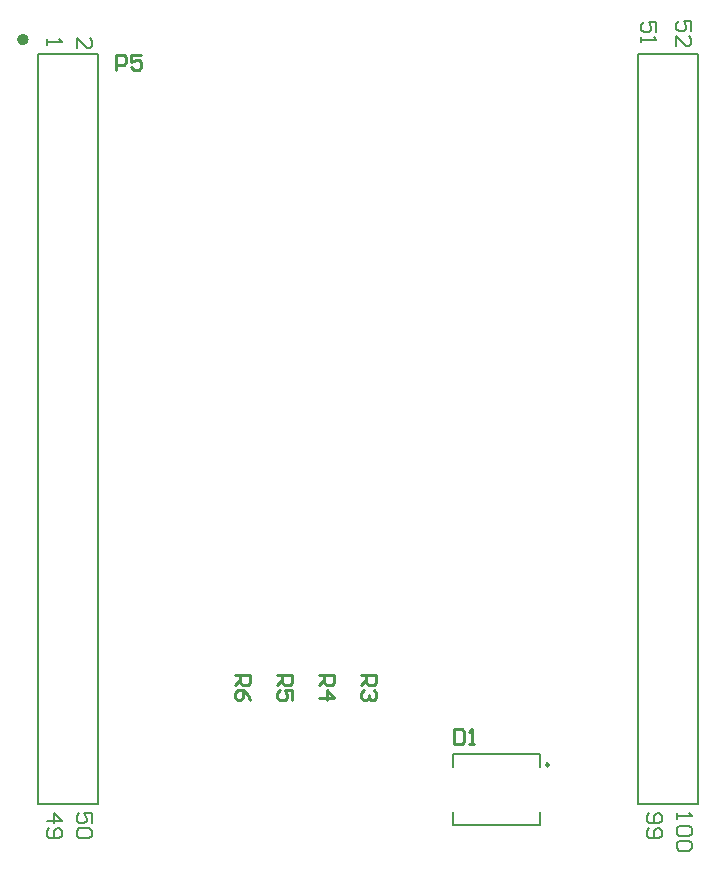
<source format=gto>
G04 Layer_Color=65535*
%FSAX24Y24*%
%MOIN*%
G70*
G01*
G75*
%ADD12C,0.0100*%
%ADD38C,0.0197*%
%ADD39C,0.0098*%
%ADD40C,0.0079*%
%ADD41C,0.0080*%
D12*
X028473Y028410D02*
X028973D01*
Y028160D01*
X028890Y028077D01*
X028723D01*
X028640Y028160D01*
Y028410D01*
Y028244D02*
X028473Y028077D01*
X028973Y027577D02*
X028890Y027744D01*
X028723Y027910D01*
X028557D01*
X028473Y027827D01*
Y027660D01*
X028557Y027577D01*
X028640D01*
X028723Y027660D01*
Y027910D01*
X029873Y028410D02*
X030373D01*
Y028160D01*
X030290Y028077D01*
X030123D01*
X030040Y028160D01*
Y028410D01*
Y028244D02*
X029873Y028077D01*
X030373Y027577D02*
Y027910D01*
X030123D01*
X030206Y027744D01*
Y027660D01*
X030123Y027577D01*
X029957D01*
X029873Y027660D01*
Y027827D01*
X029957Y027910D01*
X031273Y028410D02*
X031773D01*
Y028160D01*
X031690Y028077D01*
X031523D01*
X031440Y028160D01*
Y028410D01*
Y028244D02*
X031273Y028077D01*
Y027660D02*
X031773D01*
X031523Y027910D01*
Y027577D01*
X032673Y028410D02*
X033173D01*
Y028160D01*
X033090Y028077D01*
X032923D01*
X032840Y028160D01*
Y028410D01*
Y028244D02*
X032673Y028077D01*
X033090Y027910D02*
X033173Y027827D01*
Y027660D01*
X033090Y027577D01*
X033006D01*
X032923Y027660D01*
Y027744D01*
Y027660D01*
X032840Y027577D01*
X032757D01*
X032673Y027660D01*
Y027827D01*
X032757Y027910D01*
X035773Y026610D02*
Y026110D01*
X036023D01*
X036106Y026194D01*
Y026527D01*
X036023Y026610D01*
X035773D01*
X036273Y026110D02*
X036440D01*
X036356D01*
Y026610D01*
X036273Y026527D01*
X024500Y048600D02*
Y049100D01*
X024750D01*
X024833Y049017D01*
Y048850D01*
X024750Y048767D01*
X024500D01*
X025333Y049100D02*
X025000D01*
Y048850D01*
X025166Y048933D01*
X025250D01*
X025333Y048850D01*
Y048683D01*
X025250Y048600D01*
X025083D01*
X025000Y048683D01*
D38*
X021488Y049604D02*
G03*
X021488Y049604I-000098J000000D01*
G01*
D39*
X038915Y025427D02*
G03*
X038915Y025427I-000049J000000D01*
G01*
D40*
X021890Y024104D02*
X023890D01*
X021890Y049104D02*
X023890D01*
Y024104D02*
Y049104D01*
X021890Y024104D02*
Y049104D01*
X041890Y024104D02*
Y049104D01*
X043890Y024104D02*
Y049104D01*
X041890D02*
X043890D01*
X041890Y024104D02*
X043890D01*
X035736Y023429D02*
Y023852D01*
X038610Y023429D02*
Y023852D01*
X035736Y023429D02*
X038610D01*
X035736Y025368D02*
Y025791D01*
X038610Y025368D02*
Y025791D01*
X035736D02*
X038610D01*
D41*
X023200Y049317D02*
Y049650D01*
X023533Y049317D01*
X023617D01*
X023700Y049400D01*
Y049567D01*
X023617Y049650D01*
X022190Y049604D02*
Y049437D01*
Y049521D01*
X022690D01*
X022606Y049604D01*
X022190Y023554D02*
X022690D01*
X022440Y023804D01*
Y023471D01*
X022273Y023304D02*
X022190Y023221D01*
Y023054D01*
X022273Y022971D01*
X022606D01*
X022690Y023054D01*
Y023221D01*
X022606Y023304D01*
X022523D01*
X022440Y023221D01*
Y022971D01*
X023690Y023471D02*
Y023804D01*
X023440D01*
X023523Y023637D01*
Y023554D01*
X023440Y023471D01*
X023273D01*
X023190Y023554D01*
Y023721D01*
X023273Y023804D01*
X023606Y023304D02*
X023690Y023221D01*
Y023054D01*
X023606Y022971D01*
X023273D01*
X023190Y023054D01*
Y023221D01*
X023273Y023304D01*
X023606D01*
X043190Y023804D02*
Y023637D01*
Y023721D01*
X043690D01*
X043606Y023804D01*
Y023387D02*
X043690Y023304D01*
Y023137D01*
X043606Y023054D01*
X043273D01*
X043190Y023137D01*
Y023304D01*
X043273Y023387D01*
X043606D01*
Y022888D02*
X043690Y022804D01*
Y022638D01*
X043606Y022554D01*
X043273D01*
X043190Y022638D01*
Y022804D01*
X043273Y022888D01*
X043606D01*
X042273Y023804D02*
X042190Y023721D01*
Y023554D01*
X042273Y023471D01*
X042606D01*
X042690Y023554D01*
Y023721D01*
X042606Y023804D01*
X042523D01*
X042440Y023721D01*
Y023471D01*
X042273Y023304D02*
X042190Y023221D01*
Y023054D01*
X042273Y022971D01*
X042606D01*
X042690Y023054D01*
Y023221D01*
X042606Y023304D01*
X042523D01*
X042440Y023221D01*
Y022971D01*
X042496Y049846D02*
Y050179D01*
X042246D01*
X042329Y050012D01*
Y049929D01*
X042246Y049846D01*
X042079D01*
X041996Y049929D01*
Y050095D01*
X042079Y050179D01*
X041996Y049679D02*
Y049512D01*
Y049596D01*
X042496D01*
X042413Y049679D01*
X043673Y049877D02*
Y050210D01*
X043423D01*
X043506Y050044D01*
Y049960D01*
X043423Y049877D01*
X043257D01*
X043173Y049960D01*
Y050127D01*
X043257Y050210D01*
X043173Y049377D02*
Y049710D01*
X043506Y049377D01*
X043590D01*
X043673Y049460D01*
Y049627D01*
X043590Y049710D01*
M02*

</source>
